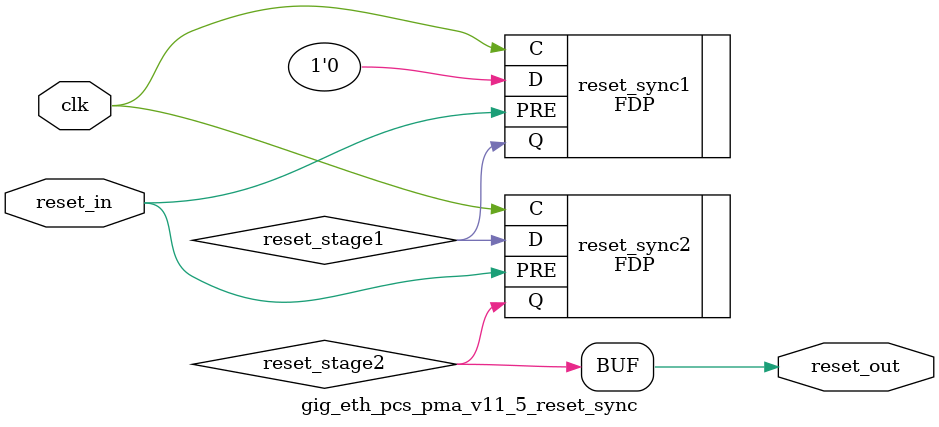
<source format=v>

`timescale 1ps/1ps

module gig_eth_pcs_pma_v11_5_reset_sync #(
  parameter INITIALISE = 2'b11
)
(
   input       reset_in,
   input       clk,
   output      reset_out
);


  (* shreg_extract = "no", ASYNC_REG = "TRUE" *)
  wire  reset_stage1;

  (* shreg_extract = "no", ASYNC_REG = "TRUE" *)
  wire  reset_stage2;

  FDP #(
   .INIT (INITIALISE[0])
  ) reset_sync1 (
  .C  (clk), 
  .PRE(reset_in),
  .D  (1'b0),
  .Q  (reset_stage1) 
  );
  
  FDP #(
   .INIT (INITIALISE[1])
  ) reset_sync2 (
  .C  (clk), 
  .PRE(reset_in),
  .D  (reset_stage1),
  .Q  (reset_stage2) 
  );


assign reset_out = reset_stage2;



endmodule

</source>
